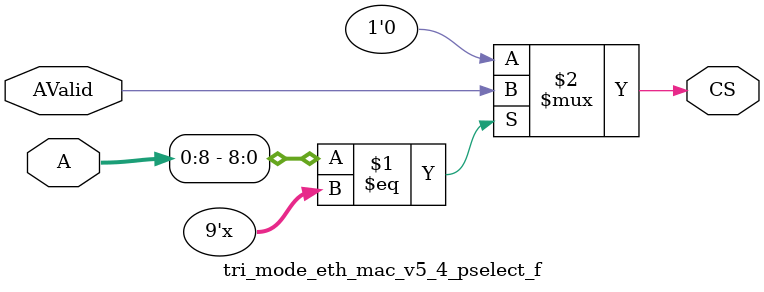
<source format=v>
module tri_mode_eth_mac_v5_4_pselect_f ( A, AValid, CS) ;

parameter C_AB  = 9;
parameter C_AW  = 32;
parameter [0:C_AW - 1] C_BAR =  'bz;
parameter C_FAMILY  = "nofamily";
input[0:C_AW-1] A; 
input AValid; 
output CS; 
wire CS;
parameter [0:C_AB-1]BAR = C_BAR[0:C_AB-1];

//----------------------------------------------------------------------------
// Build a behavioral decoder
//----------------------------------------------------------------------------
generate
if (C_AB > 0) begin : XST_WA
assign CS = (A[0:C_AB - 1] == BAR[0:C_AB - 1]) ? AValid : 1'b0 ;
end
endgenerate

generate
if (C_AB == 0) begin : PASS_ON_GEN
assign CS = AValid ;
end
endgenerate
endmodule

</source>
